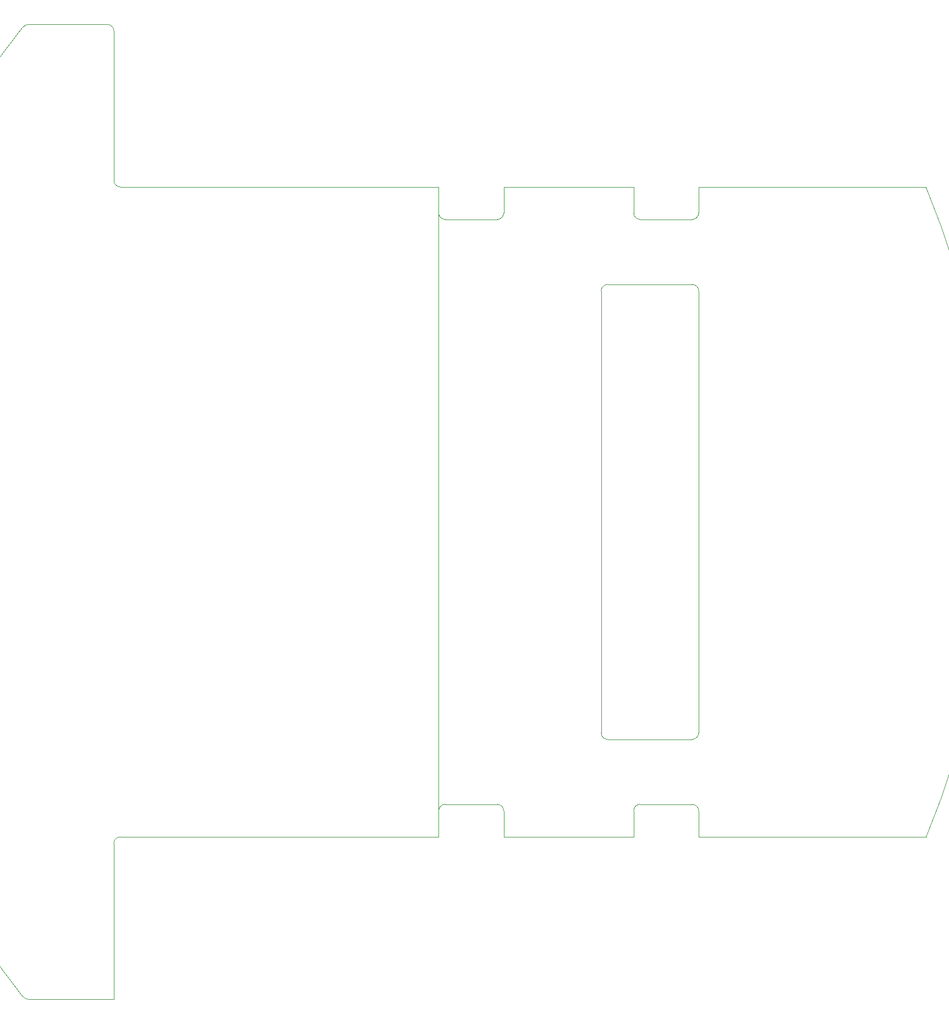
<source format=gm1>
G04 #@! TF.FileFunction,Profile,NP*
%FSLAX46Y46*%
G04 Gerber Fmt 4.6, Leading zero omitted, Abs format (unit mm)*
G04 Created by KiCad (PCBNEW 4.0.7) date 06/22/19 18:16:55*
%MOMM*%
%LPD*%
G01*
G04 APERTURE LIST*
%ADD10C,0.100000*%
G04 APERTURE END LIST*
D10*
X86840592Y-175000000D02*
G75*
G02X86057964Y-174622489I0J1000000D01*
G01*
X86057963Y-25377511D02*
G75*
G02X86840592Y-25000000I782629J-622489D01*
G01*
X98999999Y-25000000D02*
G75*
G02X99999999Y-26000000I0J-1000000D01*
G01*
X86007963Y-174622488D02*
G75*
G02X86007964Y-25377511I93819657J74622488D01*
G01*
X98999999Y-25000000D02*
X86840592Y-25000000D01*
X100000000Y-175000000D02*
X86840592Y-175000000D01*
X100000000Y-175000000D02*
X100000000Y-174000001D01*
X140000000Y-50000000D02*
X150000000Y-50000000D01*
X140000000Y-150000000D02*
X150000000Y-150000000D01*
X99999999Y-151000000D02*
G75*
G02X100999999Y-150000000I1000000J0D01*
G01*
X100999999Y-50000000D02*
G75*
G02X99999999Y-49000000I0J1000000D01*
G01*
X140000000Y-50000000D02*
X100999999Y-50000000D01*
X99999999Y-49000000D02*
X99999999Y-25999999D01*
X99999999Y-151000000D02*
X99999999Y-174000001D01*
X140000000Y-150000000D02*
X100999999Y-150000000D01*
X190000000Y-150000000D02*
X225031562Y-150000000D01*
X160000000Y-150000000D02*
X180000000Y-150000000D01*
X190000000Y-50000000D02*
X224968953Y-50000000D01*
X160000000Y-50000000D02*
X180000000Y-50000000D01*
X189000000Y-145000000D02*
G75*
G02X190000000Y-146000000I0J-1000000D01*
G01*
X180000000Y-146000000D02*
G75*
G02X181000000Y-145000000I1000000J0D01*
G01*
X150000000Y-146000000D02*
G75*
G02X151000000Y-145000000I1000000J0D01*
G01*
X150000000Y-146000000D02*
X150000000Y-150000000D01*
X190000000Y-54000000D02*
G75*
G02X189000000Y-55000000I-1000000J0D01*
G01*
X181000000Y-55000000D02*
G75*
G02X180000000Y-54000000I0J1000000D01*
G01*
X160000000Y-54000000D02*
G75*
G02X159000000Y-55000000I-1000000J0D01*
G01*
X151000000Y-55000000D02*
G75*
G02X150000000Y-54000000I0J1000000D01*
G01*
X190000000Y-54000000D02*
X190000000Y-50000000D01*
X190000000Y-134000000D02*
X190000000Y-66000000D01*
X160000000Y-54000000D02*
X160000000Y-50000000D01*
X181000000Y-55000000D02*
X189000000Y-55000000D01*
X180000000Y-54000000D02*
X180000000Y-50000000D01*
X181000000Y-145000000D02*
X189000000Y-145000000D01*
X159000000Y-145000000D02*
G75*
G02X160000000Y-146000000I0J-1000000D01*
G01*
X180000000Y-150000000D02*
X180000000Y-146000000D01*
X160000000Y-150000000D02*
X160000000Y-146000000D01*
X151000000Y-145000000D02*
X159000000Y-145000000D01*
X190000000Y-150000000D02*
X190000000Y-146000000D01*
X151000000Y-55000000D02*
X159000000Y-55000000D01*
X190000000Y-134000000D02*
G75*
G02X189000000Y-135000000I-1000000J0D01*
G01*
X176000000Y-135000000D02*
G75*
G02X175000000Y-134000000I0J1000000D01*
G01*
X189000000Y-65000000D02*
G75*
G02X190000000Y-66000000I0J-1000000D01*
G01*
X175000000Y-66000000D02*
G75*
G02X176000000Y-65000000I1000000J0D01*
G01*
X224968953Y-50000000D02*
G75*
G02X225031562Y-150000000I-119968668J-50075130D01*
G01*
X150000000Y-50000000D02*
X150000000Y-54000000D01*
X175000000Y-66000000D02*
X175000000Y-134000000D01*
X189000000Y-65000000D02*
X176000000Y-65000000D01*
X176000000Y-135000000D02*
X189000000Y-135000000D01*
X150000000Y-150000000D02*
X150000000Y-50000000D01*
X150000000Y-50075130D02*
X150000000Y-60000000D01*
M02*

</source>
